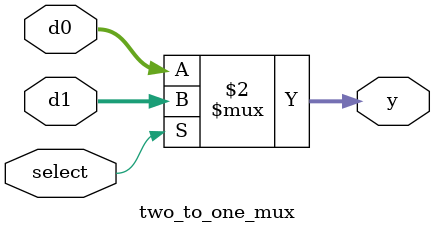
<source format=v>
module two_to_one_mux
    #(parameter WIDTH = 3)
    (
        input [WIDTH-1:0] d0,
        input [WIDTH-1:0] d1,
        input select,
        output [WIDTH-1:0] y,
    );

    assign y = (select == 1'b1) ? d1 : d0;

endmodule
</source>
